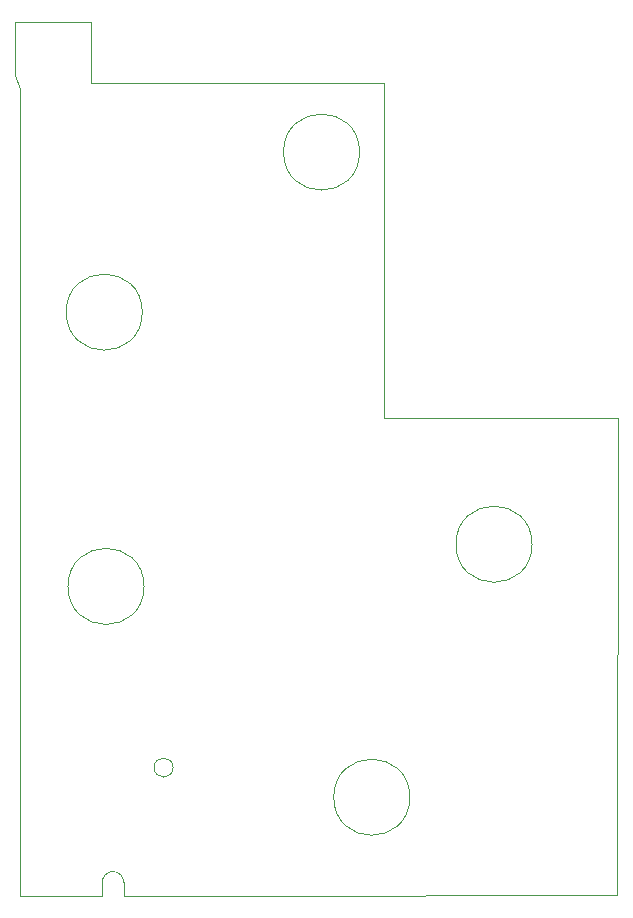
<source format=gbr>
%TF.GenerationSoftware,KiCad,Pcbnew,8.0.4*%
%TF.CreationDate,2025-06-05T19:44:26+01:00*%
%TF.ProjectId,psptvout,70737074-766f-4757-942e-6b696361645f,rev?*%
%TF.SameCoordinates,Original*%
%TF.FileFunction,Profile,NP*%
%FSLAX46Y46*%
G04 Gerber Fmt 4.6, Leading zero omitted, Abs format (unit mm)*
G04 Created by KiCad (PCBNEW 8.0.4) date 2025-06-05 19:44:26*
%MOMM*%
%LPD*%
G01*
G04 APERTURE LIST*
%TA.AperFunction,Profile*%
%ADD10C,0.050000*%
%TD*%
G04 APERTURE END LIST*
D10*
X164675000Y-135837500D02*
X160200000Y-135850000D01*
X160200000Y-72400000D02*
X160200000Y-87000000D01*
X178037500Y-135837500D02*
X210800000Y-135750000D01*
X191000000Y-67000000D02*
X191000000Y-87000000D01*
X188970637Y-72879364D02*
G75*
G02*
X182529363Y-72879364I-3220637J0D01*
G01*
X182529363Y-72879364D02*
G75*
G02*
X188970637Y-72879364I3220637J0D01*
G01*
X166225000Y-67000000D02*
X191000000Y-67000000D01*
X160200000Y-135850000D02*
X160200000Y-134150000D01*
X203570637Y-106079364D02*
G75*
G02*
X197129363Y-106079364I-3220637J0D01*
G01*
X197129363Y-106079364D02*
G75*
G02*
X203570637Y-106079364I3220637J0D01*
G01*
X210800000Y-135750000D02*
X210850000Y-95400000D01*
X160200000Y-67550000D02*
X160200000Y-72400000D01*
X191000000Y-95400000D02*
X191000000Y-87000000D01*
X193220637Y-127500000D02*
G75*
G02*
X186779363Y-127500000I-3220637J0D01*
G01*
X186779363Y-127500000D02*
G75*
G02*
X193220637Y-127500000I3220637J0D01*
G01*
X160200000Y-87000000D02*
X160200000Y-134150000D01*
X166225500Y-66387500D02*
X166225000Y-67000000D01*
X210850000Y-95400000D02*
X191000000Y-95400000D01*
X170720637Y-109650000D02*
G75*
G02*
X164279363Y-109650000I-3220637J0D01*
G01*
X164279363Y-109650000D02*
G75*
G02*
X170720637Y-109650000I3220637J0D01*
G01*
X170570637Y-86429364D02*
G75*
G02*
X164129363Y-86429364I-3220637J0D01*
G01*
X164129363Y-86429364D02*
G75*
G02*
X170570637Y-86429364I3220637J0D01*
G01*
X159825500Y-66387500D02*
X160200000Y-67550000D01*
%TO.C,U6*%
X167187500Y-135837500D02*
X164675000Y-135837500D01*
X167188438Y-134735593D02*
X167187500Y-135837500D01*
X168987500Y-135837500D02*
X168987500Y-134712500D01*
X168987500Y-135837500D02*
X178037500Y-135837500D01*
X167188438Y-134735593D02*
G75*
G02*
X168987500Y-134712500I899062J48093D01*
G01*
X173181913Y-124987500D02*
G75*
G02*
X171562499Y-124987500I-809707J0D01*
G01*
X171562499Y-124987500D02*
G75*
G02*
X173181913Y-124987500I809707J0D01*
G01*
%TO.C,U1*%
X159825500Y-61887500D02*
X159825500Y-66387500D01*
X166225500Y-61887500D02*
X159825500Y-61887500D01*
X166225500Y-66387500D02*
X166225500Y-61887500D01*
%TD*%
M02*

</source>
